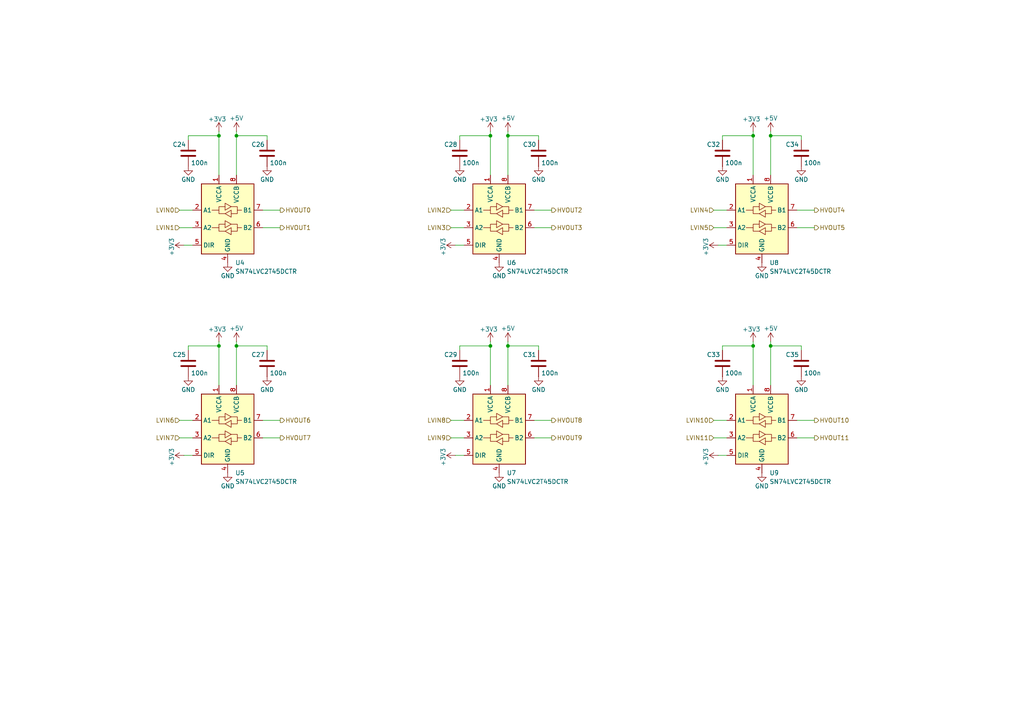
<source format=kicad_sch>
(kicad_sch (version 20231120) (generator "eeschema") (generator_version "8.0")
  (paper "A4")
  (title_block (title "Mermaid Control Unit") (date "2025-02-04") (rev "A") (company "Aurora Dreams Mermaids") (comment 1 "Designed by: Ondrej Ruzicka") (comment 4 "Level Shifters"))
  (lib_symbols
    (symbol "Device:C" (pin_numbers hide) (pin_names (offset 0.254))
      (property "Reference" "C" (at 0.635 2.54 0))
      (property "Value" "C" (at 0.635 -2.54 0))
      (symbol "C_0_1"
        (polyline (pts (xy -2.032 -0.762) (xy 2.032 -0.762)) (stroke (width 0.508)))
        (polyline (pts (xy -2.032 0.762) (xy 2.032 0.762)) (stroke (width 0.508)))
      )
      (symbol "C_1_1"
        (pin passive line (at 0 3.81 270) (length 2.794) (name "~") (number "1"))
        (pin passive line (at 0 -3.81 90) (length 2.794) (name "~") (number "2"))
      )
    )
    (symbol "Logic_LevelTranslator:SN74LVC2T45DCUR"
      (property "Reference" "U" (at -6.35 11.43 0))
      (property "Value" "SN74LVC2T45DCUR" (at 3.81 11.43 0))
      (symbol "SN74LVC2T45DCUR_0_1"
        (rectangle (start -7.62 10.16) (end 7.62 -10.16) (stroke (width 0.254)) (fill (type background)))
        (polyline (pts (xy -2.54 2.54) (xy -2.54 3.556) (xy -0.762 3.556)))
        (polyline (pts (xy 2.794 2.54) (xy 2.794 1.524) (xy 1.016 1.524)))
        (polyline (pts (xy -0.762 1.524) (xy -2.54 1.524) (xy -2.54 2.54) (xy -4.572 2.54)))
        (polyline (pts (xy -0.762 2.54) (xy -0.762 4.572) (xy 1.016 3.556) (xy -0.762 2.54)))
        (polyline (pts (xy 1.016 3.556) (xy 2.794 3.556) (xy 2.794 2.54) (xy 4.064 2.54)))
        (polyline (pts (xy 1.016 2.54) (xy 1.016 0.762) (xy 1.016 0.508) (xy -0.762 1.524) (xy 1.016 2.54)))
      )
      (symbol "SN74LVC2T45DCUR_1_1"
        (polyline (pts (xy -2.54 -2.54) (xy -2.54 -1.524) (xy -0.762 -1.524)))
        (polyline (pts (xy 2.794 -2.54) (xy 2.794 -3.556) (xy 1.016 -3.556)))
        (polyline (pts (xy -0.762 -3.556) (xy -2.54 -3.556) (xy -2.54 -2.54) (xy -4.572 -2.54)))
        (polyline (pts (xy -0.762 -2.54) (xy -0.762 -0.508) (xy 1.016 -1.524) (xy -0.762 -2.54)))
        (polyline (pts (xy 1.016 -1.524) (xy 2.794 -1.524) (xy 2.794 -2.54) (xy 4.064 -2.54)))
        (polyline (pts (xy 1.016 -2.54) (xy 1.016 -4.318) (xy 1.016 -4.572) (xy -0.762 -3.556) (xy 1.016 -2.54)))
        (pin power_in line (at -2.54 12.7 270) (length 2.54) (name "VCCA") (number "1"))
        (pin bidirectional line (at -10.16 2.54 0) (length 2.54) (name "A1") (number "2"))
        (pin bidirectional line (at -10.16 -2.54 0) (length 2.54) (name "A2") (number "3"))
        (pin power_in line (at 0 -12.7 90) (length 2.54) (name "GND") (number "4"))
        (pin input line (at -10.16 -7.62 0) (length 2.54) (name "DIR") (number "5"))
        (pin bidirectional line (at 10.16 -2.54 180) (length 2.54) (name "B2") (number "6"))
        (pin bidirectional line (at 10.16 2.54 180) (length 2.54) (name "B1") (number "7"))
        (pin power_in line (at 2.54 12.7 270) (length 2.54) (name "VCCB") (number "8"))
      )
    )
    (symbol "power:+3V3" (power) (pin_numbers hide) (pin_names (offset 0) hide)
      (property "Value" "+3V3" (at 0 3.556 0))
      (symbol "+3V3_0_1"
        (polyline (pts (xy -0.762 1.27) (xy 0 2.54)))
        (polyline (pts (xy 0 0) (xy 0 2.54)))
        (polyline (pts (xy 0 2.54) (xy 0.762 1.27)))
      )
      (symbol "+3V3_1_1"
        (pin power_in line (at 0 0 90) (length 0) (name "~") (number "1"))
      )
    )
    (symbol "power:+5V" (power) (pin_numbers hide) (pin_names (offset 0) hide)
      (property "Value" "+5V" (at 0 3.556 0))
      (symbol "+5V_0_1"
        (polyline (pts (xy -0.762 1.27) (xy 0 2.54)))
        (polyline (pts (xy 0 0) (xy 0 2.54)))
        (polyline (pts (xy 0 2.54) (xy 0.762 1.27)))
      )
      (symbol "+5V_1_1"
        (pin power_in line (at 0 0 90) (length 0) (name "~") (number "1"))
      )
    )
    (symbol "power:GND" (power) (pin_numbers hide) (pin_names (offset 0) hide)
      (property "Value" "GND" (at 0 -3.81 0))
      (symbol "GND_0_1"
        (polyline (pts (xy 0 0) (xy 0 -1.27) (xy 1.27 -1.27) (xy 0 -2.54) (xy -1.27 -1.27) (xy 0 -1.27)))
      )
      (symbol "GND_1_1"
        (pin power_in line (at 0 0 270) (length 0) (name "~") (number "1"))
      )
    )
  )
  (junction (at 142.24 39.37))
  (junction (at 147.32 100.33))
  (junction (at 68.58 39.37))
  (junction (at 63.5 100.33))
  (junction (at 147.32 39.37))
  (junction (at 68.58 100.33))
  (junction (at 142.24 100.33))
  (junction (at 223.52 39.37))
  (junction (at 63.5 39.37))
  (junction (at 218.44 39.37))
  (junction (at 218.44 100.33))
  (junction (at 223.52 100.33))
  (wire (pts (xy 130.81 127) (xy 134.62 127)))
  (wire (pts (xy 209.55 39.37) (xy 218.44 39.37)))
  (wire (pts (xy 209.55 101.6) (xy 209.55 100.33)))
  (wire (pts (xy 63.5 100.33) (xy 63.5 111.76)))
  (wire (pts (xy 54.61 39.37) (xy 63.5 39.37)))
  (wire (pts (xy 63.5 99.06) (xy 63.5 100.33)))
  (wire (pts (xy 77.47 101.6) (xy 77.47 100.33)))
  (wire (pts (xy 130.81 66.04) (xy 134.62 66.04)))
  (wire (pts (xy 218.44 39.37) (xy 218.44 50.8)))
  (wire (pts (xy 223.52 99.06) (xy 223.52 100.33)))
  (wire (pts (xy 142.24 99.06) (xy 142.24 100.33)))
  (wire (pts (xy 207.01 121.92) (xy 210.82 121.92)))
  (wire (pts (xy 130.81 121.92) (xy 134.62 121.92)))
  (wire (pts (xy 63.5 38.1) (xy 63.5 39.37)))
  (wire (pts (xy 76.2 60.96) (xy 81.28 60.96)))
  (wire (pts (xy 154.94 127) (xy 160.02 127)))
  (wire (pts (xy 68.58 100.33) (xy 68.58 111.76)))
  (wire (pts (xy 218.44 38.1) (xy 218.44 39.37)))
  (wire (pts (xy 156.21 100.33) (xy 147.32 100.33)))
  (wire (pts (xy 209.55 40.64) (xy 209.55 39.37)))
  (wire (pts (xy 68.58 38.1) (xy 68.58 39.37)))
  (wire (pts (xy 54.61 40.64) (xy 54.61 39.37)))
  (wire (pts (xy 223.52 100.33) (xy 223.52 111.76)))
  (wire (pts (xy 76.2 66.04) (xy 81.28 66.04)))
  (wire (pts (xy 53.34 71.12) (xy 55.88 71.12)))
  (wire (pts (xy 54.61 101.6) (xy 54.61 100.33)))
  (wire (pts (xy 76.2 127) (xy 81.28 127)))
  (wire (pts (xy 142.24 100.33) (xy 142.24 111.76)))
  (wire (pts (xy 52.07 66.04) (xy 55.88 66.04)))
  (wire (pts (xy 53.34 132.08) (xy 55.88 132.08)))
  (wire (pts (xy 132.08 132.08) (xy 134.62 132.08)))
  (wire (pts (xy 156.21 101.6) (xy 156.21 100.33)))
  (wire (pts (xy 208.28 71.12) (xy 210.82 71.12)))
  (wire (pts (xy 147.32 100.33) (xy 147.32 111.76)))
  (wire (pts (xy 231.14 121.92) (xy 236.22 121.92)))
  (wire (pts (xy 77.47 39.37) (xy 68.58 39.37)))
  (wire (pts (xy 147.32 99.06) (xy 147.32 100.33)))
  (wire (pts (xy 133.35 101.6) (xy 133.35 100.33)))
  (wire (pts (xy 77.47 100.33) (xy 68.58 100.33)))
  (wire (pts (xy 142.24 39.37) (xy 142.24 50.8)))
  (wire (pts (xy 130.81 60.96) (xy 134.62 60.96)))
  (wire (pts (xy 133.35 39.37) (xy 142.24 39.37)))
  (wire (pts (xy 77.47 40.64) (xy 77.47 39.37)))
  (wire (pts (xy 231.14 60.96) (xy 236.22 60.96)))
  (wire (pts (xy 142.24 38.1) (xy 142.24 39.37)))
  (wire (pts (xy 154.94 121.92) (xy 160.02 121.92)))
  (wire (pts (xy 231.14 127) (xy 236.22 127)))
  (wire (pts (xy 231.14 66.04) (xy 236.22 66.04)))
  (wire (pts (xy 156.21 39.37) (xy 147.32 39.37)))
  (wire (pts (xy 76.2 121.92) (xy 81.28 121.92)))
  (wire (pts (xy 218.44 99.06) (xy 218.44 100.33)))
  (wire (pts (xy 54.61 100.33) (xy 63.5 100.33)))
  (wire (pts (xy 154.94 60.96) (xy 160.02 60.96)))
  (wire (pts (xy 207.01 60.96) (xy 210.82 60.96)))
  (wire (pts (xy 52.07 60.96) (xy 55.88 60.96)))
  (wire (pts (xy 147.32 38.1) (xy 147.32 39.37)))
  (wire (pts (xy 232.41 40.64) (xy 232.41 39.37)))
  (wire (pts (xy 232.41 101.6) (xy 232.41 100.33)))
  (wire (pts (xy 209.55 100.33) (xy 218.44 100.33)))
  (wire (pts (xy 208.28 132.08) (xy 210.82 132.08)))
  (wire (pts (xy 52.07 127) (xy 55.88 127)))
  (wire (pts (xy 223.52 39.37) (xy 223.52 50.8)))
  (wire (pts (xy 207.01 66.04) (xy 210.82 66.04)))
  (wire (pts (xy 232.41 39.37) (xy 223.52 39.37)))
  (wire (pts (xy 207.01 127) (xy 210.82 127)))
  (wire (pts (xy 223.52 38.1) (xy 223.52 39.37)))
  (wire (pts (xy 154.94 66.04) (xy 160.02 66.04)))
  (wire (pts (xy 133.35 100.33) (xy 142.24 100.33)))
  (wire (pts (xy 218.44 100.33) (xy 218.44 111.76)))
  (wire (pts (xy 133.35 40.64) (xy 133.35 39.37)))
  (wire (pts (xy 68.58 99.06) (xy 68.58 100.33)))
  (wire (pts (xy 63.5 39.37) (xy 63.5 50.8)))
  (wire (pts (xy 156.21 40.64) (xy 156.21 39.37)))
  (wire (pts (xy 132.08 71.12) (xy 134.62 71.12)))
  (wire (pts (xy 52.07 121.92) (xy 55.88 121.92)))
  (wire (pts (xy 147.32 39.37) (xy 147.32 50.8)))
  (wire (pts (xy 68.58 39.37) (xy 68.58 50.8)))
  (wire (pts (xy 232.41 100.33) (xy 223.52 100.33)))
  (hierarchical_label "HVOUT4" (shape output) (at 236.22 60.96 0))
  (hierarchical_label "LVIN7" (shape input) (at 52.07 127 180))
  (hierarchical_label "LVIN8" (shape input) (at 130.81 121.92 180))
  (hierarchical_label "LVIN2" (shape input) (at 130.81 60.96 180))
  (hierarchical_label "LVIN3" (shape input) (at 130.81 66.04 180))
  (hierarchical_label "LVIN9" (shape input) (at 130.81 127 180))
  (hierarchical_label "HVOUT2" (shape output) (at 160.02 60.96 0))
  (hierarchical_label "LVIN10" (shape input) (at 207.01 121.92 180))
  (hierarchical_label "HVOUT8" (shape output) (at 160.02 121.92 0))
  (hierarchical_label "HVOUT5" (shape output) (at 236.22 66.04 0))
  (hierarchical_label "LVIN4" (shape input) (at 207.01 60.96 180))
  (hierarchical_label "HVOUT3" (shape output) (at 160.02 66.04 0))
  (hierarchical_label "LVIN5" (shape input) (at 207.01 66.04 180))
  (hierarchical_label "LVIN0" (shape input) (at 52.07 60.96 180))
  (hierarchical_label "HVOUT9" (shape output) (at 160.02 127 0))
  (hierarchical_label "HVOUT1" (shape output) (at 81.28 66.04 0))
  (hierarchical_label "LVIN1" (shape input) (at 52.07 66.04 180))
  (hierarchical_label "LVIN6" (shape input) (at 52.07 121.92 180))
  (hierarchical_label "LVIN11" (shape input) (at 207.01 127 180))
  (hierarchical_label "HVOUT6" (shape output) (at 81.28 121.92 0))
  (hierarchical_label "HVOUT7" (shape output) (at 81.28 127 0))
  (hierarchical_label "HVOUT11" (shape output) (at 236.22 127 0))
  (hierarchical_label "HVOUT0" (shape output) (at 81.28 60.96 0))
  (hierarchical_label "HVOUT10" (shape output) (at 236.22 121.92 0))
  (symbol (lib_id "power:GND") (at 209.55 48.26 0) (unit 1)
    (property "Reference" "#PWR082" (effects (hide yes)))
    (property "Value" "GND" (at 209.55 52.07 0))
    (property "Description" "Power symbol creates a global label with name \"GND\" , ground" (effects (hide yes)))
  )
  (symbol (lib_id "power:GND") (at 66.04 137.16 0) (unit 1)
    (property "Reference" "#PWR063" (effects (hide yes)))
    (property "Value" "GND" (at 66.04 140.97 0))
    (property "Description" "Power symbol creates a global label with name \"GND\" , ground" (effects (hide yes)))
  )
  (symbol (lib_id "Device:C") (at 232.41 105.41 0) (unit 1)
    (property "Reference" "C35" (at 227.838 102.87 0) (effects (justify left)))
    (property "Value" "100n" (at 233.172 108.204 0) (effects (justify left)))
    (property "Footprint" "Capacitor_SMD:C_0603_1608Metric" (effects (hide yes)))
    (property "Description" "Unpolarized capacitor" (effects (hide yes)))
    (property "Part Number" "CC0603KRX7R9BB104" (effects (hide yes)))
  )
  (symbol (lib_id "power:+3V3") (at 53.34 71.12 90) (unit 1)
    (property "Reference" "#PWR056" (effects (hide yes)))
    (property "Value" "+3V3" (at 49.784 71.628 0))
    (property "Description" "Power symbol creates a global label with name \"+3V3\"" (effects (hide yes)))
  )
  (symbol (lib_id "power:GND") (at 77.47 48.26 0) (unit 1)
    (property "Reference" "#PWR066" (effects (hide yes)))
    (property "Value" "GND" (at 77.47 52.07 0))
    (property "Description" "Power symbol creates a global label with name \"GND\" , ground" (effects (hide yes)))
  )
  (symbol (lib_id "power:+3V3") (at 132.08 71.12 90) (unit 1)
    (property "Reference" "#PWR068" (effects (hide yes)))
    (property "Value" "+3V3" (at 128.524 71.628 0))
    (property "Description" "Power symbol creates a global label with name \"+3V3\"" (effects (hide yes)))
  )
  (symbol (lib_id "power:+3V3") (at 208.28 71.12 90) (unit 1)
    (property "Reference" "#PWR080" (effects (hide yes)))
    (property "Value" "+3V3" (at 204.724 71.628 0))
    (property "Description" "Power symbol creates a global label with name \"+3V3\"" (effects (hide yes)))
  )
  (symbol (lib_id "Logic_LevelTranslator:SN74LVC2T45DCUR") (at 144.78 63.5 0) (unit 1)
    (property "Reference" "U6" (at 146.9741 76.2 0) (effects (justify left)))
    (property "Value" "SN74LVC2T45DCTR" (at 146.9741 78.74 0) (effects (justify left)))
    (property "Footprint" "Package_SO:SSOP-8_2.95x2.8mm_P0.65mm" (effects (hide yes)))
    (property "Datasheet" "http://www.ti.com/lit/ds/symlink/sn74lvc2t45.pdf" (effects (hide yes)))
    (property "Description" "Dual-Bit Dual-Supply Bus Transceiver With Configurable Voltage Translation and 3-State Outputs, VSSOP-8" (effects (hide yes)))
    (property "Part Number" "SN74LVC2T45DCTR" (effects (hide yes)))
  )
  (symbol (lib_id "Device:C") (at 54.61 44.45 0) (unit 1)
    (property "Reference" "C24" (at 50.038 41.91 0) (effects (justify left)))
    (property "Value" "100n" (at 55.372 47.244 0) (effects (justify left)))
    (property "Footprint" "Capacitor_SMD:C_0603_1608Metric" (effects (hide yes)))
    (property "Description" "Unpolarized capacitor" (effects (hide yes)))
    (property "Part Number" "CC0603KRX7R9BB104" (effects (hide yes)))
  )
  (symbol (lib_id "Logic_LevelTranslator:SN74LVC2T45DCUR") (at 66.04 124.46 0) (unit 1)
    (property "Reference" "U5" (at 68.2341 137.16 0) (effects (justify left)))
    (property "Value" "SN74LVC2T45DCTR" (at 68.2341 139.7 0) (effects (justify left)))
    (property "Footprint" "Package_SO:SSOP-8_2.95x2.8mm_P0.65mm" (effects (hide yes)))
    (property "Datasheet" "http://www.ti.com/lit/ds/symlink/sn74lvc2t45.pdf" (effects (hide yes)))
    (property "Description" "Dual-Bit Dual-Supply Bus Transceiver With Configurable Voltage Translation and 3-State Outputs, VSSOP-8" (effects (hide yes)))
    (property "Part Number" "SN74LVC2T45DCTR" (effects (hide yes)))
  )
  (symbol (lib_id "Device:C") (at 77.47 105.41 0) (unit 1)
    (property "Reference" "C27" (at 72.898 102.87 0) (effects (justify left)))
    (property "Value" "100n" (at 78.232 108.204 0) (effects (justify left)))
    (property "Footprint" "Capacitor_SMD:C_0603_1608Metric" (effects (hide yes)))
    (property "Description" "Unpolarized capacitor" (effects (hide yes)))
    (property "Part Number" "CC0603KRX7R9BB104" (effects (hide yes)))
  )
  (symbol (lib_id "power:+5V") (at 68.58 99.06 0) (unit 1)
    (property "Reference" "#PWR065" (effects (hide yes)))
    (property "Value" "+5V" (at 68.58 95.25 0))
    (property "Description" "Power symbol creates a global label with name \"+5V\"" (effects (hide yes)))
  )
  (symbol (lib_id "power:GND") (at 220.98 76.2 0) (unit 1)
    (property "Reference" "#PWR086" (effects (hide yes)))
    (property "Value" "GND" (at 220.98 80.01 0))
    (property "Description" "Power symbol creates a global label with name \"GND\" , ground" (effects (hide yes)))
  )
  (symbol (lib_id "Device:C") (at 209.55 105.41 0) (unit 1)
    (property "Reference" "C33" (at 204.978 102.87 0) (effects (justify left)))
    (property "Value" "100n" (at 210.312 108.204 0) (effects (justify left)))
    (property "Footprint" "Capacitor_SMD:C_0603_1608Metric" (effects (hide yes)))
    (property "Description" "Unpolarized capacitor" (effects (hide yes)))
    (property "Part Number" "CC0603KRX7R9BB104" (effects (hide yes)))
  )
  (symbol (lib_id "power:GND") (at 54.61 109.22 0) (unit 1)
    (property "Reference" "#PWR059" (effects (hide yes)))
    (property "Value" "GND" (at 54.61 113.03 0))
    (property "Description" "Power symbol creates a global label with name \"GND\" , ground" (effects (hide yes)))
  )
  (symbol (lib_id "power:+3V3") (at 208.28 132.08 90) (unit 1)
    (property "Reference" "#PWR081" (effects (hide yes)))
    (property "Value" "+3V3" (at 204.724 132.588 0))
    (property "Description" "Power symbol creates a global label with name \"+3V3\"" (effects (hide yes)))
  )
  (symbol (lib_id "Device:C") (at 77.47 44.45 0) (unit 1)
    (property "Reference" "C26" (at 72.898 41.91 0) (effects (justify left)))
    (property "Value" "100n" (at 78.232 47.244 0) (effects (justify left)))
    (property "Footprint" "Capacitor_SMD:C_0603_1608Metric" (effects (hide yes)))
    (property "Description" "Unpolarized capacitor" (effects (hide yes)))
    (property "Part Number" "CC0603KRX7R9BB104" (effects (hide yes)))
  )
  (symbol (lib_id "power:GND") (at 156.21 48.26 0) (unit 1)
    (property "Reference" "#PWR078" (effects (hide yes)))
    (property "Value" "GND" (at 156.21 52.07 0))
    (property "Description" "Power symbol creates a global label with name \"GND\" , ground" (effects (hide yes)))
  )
  (symbol (lib_id "power:+5V") (at 68.58 38.1 0) (unit 1)
    (property "Reference" "#PWR064" (effects (hide yes)))
    (property "Value" "+5V" (at 68.58 34.29 0))
    (property "Description" "Power symbol creates a global label with name \"+5V\"" (effects (hide yes)))
  )
  (symbol (lib_id "power:GND") (at 54.61 48.26 0) (unit 1)
    (property "Reference" "#PWR058" (effects (hide yes)))
    (property "Value" "GND" (at 54.61 52.07 0))
    (property "Description" "Power symbol creates a global label with name \"GND\" , ground" (effects (hide yes)))
  )
  (symbol (lib_id "power:+3V3") (at 142.24 99.06 0) (unit 1)
    (property "Reference" "#PWR073" (effects (hide yes)))
    (property "Value" "+3V3" (at 141.732 95.504 0))
    (property "Description" "Power symbol creates a global label with name \"+3V3\"" (effects (hide yes)))
  )
  (symbol (lib_id "power:GND") (at 77.47 109.22 0) (unit 1)
    (property "Reference" "#PWR067" (effects (hide yes)))
    (property "Value" "GND" (at 77.47 113.03 0))
    (property "Description" "Power symbol creates a global label with name \"GND\" , ground" (effects (hide yes)))
  )
  (symbol (lib_id "Logic_LevelTranslator:SN74LVC2T45DCUR") (at 144.78 124.46 0) (unit 1)
    (property "Reference" "U7" (at 146.9741 137.16 0) (effects (justify left)))
    (property "Value" "SN74LVC2T45DCTR" (at 146.9741 139.7 0) (effects (justify left)))
    (property "Footprint" "Package_SO:SSOP-8_2.95x2.8mm_P0.65mm" (effects (hide yes)))
    (property "Datasheet" "http://www.ti.com/lit/ds/symlink/sn74lvc2t45.pdf" (effects (hide yes)))
    (property "Description" "Dual-Bit Dual-Supply Bus Transceiver With Configurable Voltage Translation and 3-State Outputs, VSSOP-8" (effects (hide yes)))
    (property "Part Number" "SN74LVC2T45DCTR" (effects (hide yes)))
  )
  (symbol (lib_id "power:+3V3") (at 142.24 38.1 0) (unit 1)
    (property "Reference" "#PWR072" (effects (hide yes)))
    (property "Value" "+3V3" (at 141.732 34.544 0))
    (property "Description" "Power symbol creates a global label with name \"+3V3\"" (effects (hide yes)))
  )
  (symbol (lib_id "power:+5V") (at 223.52 38.1 0) (unit 1)
    (property "Reference" "#PWR088" (effects (hide yes)))
    (property "Value" "+5V" (at 223.52 34.29 0))
    (property "Description" "Power symbol creates a global label with name \"+5V\"" (effects (hide yes)))
  )
  (symbol (lib_id "power:GND") (at 220.98 137.16 0) (unit 1)
    (property "Reference" "#PWR087" (effects (hide yes)))
    (property "Value" "GND" (at 220.98 140.97 0))
    (property "Description" "Power symbol creates a global label with name \"GND\" , ground" (effects (hide yes)))
  )
  (symbol (lib_id "power:+3V3") (at 218.44 38.1 0) (unit 1)
    (property "Reference" "#PWR084" (effects (hide yes)))
    (property "Value" "+3V3" (at 217.932 34.544 0))
    (property "Description" "Power symbol creates a global label with name \"+3V3\"" (effects (hide yes)))
  )
  (symbol (lib_id "Logic_LevelTranslator:SN74LVC2T45DCUR") (at 220.98 124.46 0) (unit 1)
    (property "Reference" "U9" (at 223.1741 137.16 0) (effects (justify left)))
    (property "Value" "SN74LVC2T45DCTR" (at 223.1741 139.7 0) (effects (justify left)))
    (property "Footprint" "Package_SO:SSOP-8_2.95x2.8mm_P0.65mm" (effects (hide yes)))
    (property "Datasheet" "http://www.ti.com/lit/ds/symlink/sn74lvc2t45.pdf" (effects (hide yes)))
    (property "Description" "Dual-Bit Dual-Supply Bus Transceiver With Configurable Voltage Translation and 3-State Outputs, VSSOP-8" (effects (hide yes)))
    (property "Part Number" "SN74LVC2T45DCTR" (effects (hide yes)))
  )
  (symbol (lib_id "power:GND") (at 66.04 76.2 0) (unit 1)
    (property "Reference" "#PWR062" (effects (hide yes)))
    (property "Value" "GND" (at 66.04 80.01 0))
    (property "Description" "Power symbol creates a global label with name \"GND\" , ground" (effects (hide yes)))
  )
  (symbol (lib_id "Device:C") (at 133.35 44.45 0) (unit 1)
    (property "Reference" "C28" (at 128.778 41.91 0) (effects (justify left)))
    (property "Value" "100n" (at 134.112 47.244 0) (effects (justify left)))
    (property "Footprint" "Capacitor_SMD:C_0603_1608Metric" (effects (hide yes)))
    (property "Description" "Unpolarized capacitor" (effects (hide yes)))
    (property "Part Number" "CC0603KRX7R9BB104" (effects (hide yes)))
  )
  (symbol (lib_id "power:+5V") (at 147.32 38.1 0) (unit 1)
    (property "Reference" "#PWR076" (effects (hide yes)))
    (property "Value" "+5V" (at 147.32 34.29 0))
    (property "Description" "Power symbol creates a global label with name \"+5V\"" (effects (hide yes)))
  )
  (symbol (lib_id "power:+3V3") (at 63.5 99.06 0) (unit 1)
    (property "Reference" "#PWR061" (effects (hide yes)))
    (property "Value" "+3V3" (at 62.992 95.504 0))
    (property "Description" "Power symbol creates a global label with name \"+3V3\"" (effects (hide yes)))
  )
  (symbol (lib_id "power:GND") (at 133.35 109.22 0) (unit 1)
    (property "Reference" "#PWR071" (effects (hide yes)))
    (property "Value" "GND" (at 133.35 113.03 0))
    (property "Description" "Power symbol creates a global label with name \"GND\" , ground" (effects (hide yes)))
  )
  (symbol (lib_id "power:+3V3") (at 63.5 38.1 0) (unit 1)
    (property "Reference" "#PWR060" (effects (hide yes)))
    (property "Value" "+3V3" (at 62.992 34.544 0))
    (property "Description" "Power symbol creates a global label with name \"+3V3\"" (effects (hide yes)))
  )
  (symbol (lib_id "Device:C") (at 156.21 44.45 0) (unit 1)
    (property "Reference" "C30" (at 151.638 41.91 0) (effects (justify left)))
    (property "Value" "100n" (at 156.972 47.244 0) (effects (justify left)))
    (property "Footprint" "Capacitor_SMD:C_0603_1608Metric" (effects (hide yes)))
    (property "Description" "Unpolarized capacitor" (effects (hide yes)))
    (property "Part Number" "CC0603KRX7R9BB104" (effects (hide yes)))
  )
  (symbol (lib_id "Device:C") (at 209.55 44.45 0) (unit 1)
    (property "Reference" "C32" (at 204.978 41.91 0) (effects (justify left)))
    (property "Value" "100n" (at 210.312 47.244 0) (effects (justify left)))
    (property "Footprint" "Capacitor_SMD:C_0603_1608Metric" (effects (hide yes)))
    (property "Description" "Unpolarized capacitor" (effects (hide yes)))
    (property "Part Number" "CC0603KRX7R9BB104" (effects (hide yes)))
  )
  (symbol (lib_id "Logic_LevelTranslator:SN74LVC2T45DCUR") (at 220.98 63.5 0) (unit 1)
    (property "Reference" "U8" (at 223.1741 76.2 0) (effects (justify left)))
    (property "Value" "SN74LVC2T45DCTR" (at 223.1741 78.74 0) (effects (justify left)))
    (property "Footprint" "Package_SO:SSOP-8_2.95x2.8mm_P0.65mm" (effects (hide yes)))
    (property "Datasheet" "http://www.ti.com/lit/ds/symlink/sn74lvc2t45.pdf" (effects (hide yes)))
    (property "Description" "Dual-Bit Dual-Supply Bus Transceiver With Configurable Voltage Translation and 3-State Outputs, VSSOP-8" (effects (hide yes)))
    (property "Part Number" "SN74LVC2T45DCTR" (effects (hide yes)))
  )
  (symbol (lib_id "power:+5V") (at 223.52 99.06 0) (unit 1)
    (property "Reference" "#PWR089" (effects (hide yes)))
    (property "Value" "+5V" (at 223.52 95.25 0))
    (property "Description" "Power symbol creates a global label with name \"+5V\"" (effects (hide yes)))
  )
  (symbol (lib_id "power:GND") (at 209.55 109.22 0) (unit 1)
    (property "Reference" "#PWR083" (effects (hide yes)))
    (property "Value" "GND" (at 209.55 113.03 0))
    (property "Description" "Power symbol creates a global label with name \"GND\" , ground" (effects (hide yes)))
  )
  (symbol (lib_id "power:GND") (at 133.35 48.26 0) (unit 1)
    (property "Reference" "#PWR070" (effects (hide yes)))
    (property "Value" "GND" (at 133.35 52.07 0))
    (property "Description" "Power symbol creates a global label with name \"GND\" , ground" (effects (hide yes)))
  )
  (symbol (lib_id "Device:C") (at 156.21 105.41 0) (unit 1)
    (property "Reference" "C31" (at 151.638 102.87 0) (effects (justify left)))
    (property "Value" "100n" (at 156.972 108.204 0) (effects (justify left)))
    (property "Footprint" "Capacitor_SMD:C_0603_1608Metric" (effects (hide yes)))
    (property "Description" "Unpolarized capacitor" (effects (hide yes)))
    (property "Part Number" "CC0603KRX7R9BB104" (effects (hide yes)))
  )
  (symbol (lib_id "power:GND") (at 232.41 109.22 0) (unit 1)
    (property "Reference" "#PWR091" (effects (hide yes)))
    (property "Value" "GND" (at 232.41 113.03 0))
    (property "Description" "Power symbol creates a global label with name \"GND\" , ground" (effects (hide yes)))
  )
  (symbol (lib_id "power:GND") (at 144.78 137.16 0) (unit 1)
    (property "Reference" "#PWR075" (effects (hide yes)))
    (property "Value" "GND" (at 144.78 140.97 0))
    (property "Description" "Power symbol creates a global label with name \"GND\" , ground" (effects (hide yes)))
  )
  (symbol (lib_id "Logic_LevelTranslator:SN74LVC2T45DCUR") (at 66.04 63.5 0) (unit 1)
    (property "Reference" "U4" (at 68.2341 76.2 0) (effects (justify left)))
    (property "Value" "SN74LVC2T45DCTR" (at 68.2341 78.74 0) (effects (justify left)))
    (property "Footprint" "Package_SO:SSOP-8_2.95x2.8mm_P0.65mm" (effects (hide yes)))
    (property "Datasheet" "http://www.ti.com/lit/ds/symlink/sn74lvc2t45.pdf" (effects (hide yes)))
    (property "Description" "Dual-Bit Dual-Supply Bus Transceiver With Configurable Voltage Translation and 3-State Outputs, VSSOP-8" (effects (hide yes)))
    (property "Part Number" "SN74LVC2T45DCTR" (effects (hide yes)))
  )
  (symbol (lib_id "power:+3V3") (at 53.34 132.08 90) (unit 1)
    (property "Reference" "#PWR057" (effects (hide yes)))
    (property "Value" "+3V3" (at 49.784 132.588 0))
    (property "Description" "Power symbol creates a global label with name \"+3V3\"" (effects (hide yes)))
  )
  (symbol (lib_id "power:+5V") (at 147.32 99.06 0) (unit 1)
    (property "Reference" "#PWR077" (effects (hide yes)))
    (property "Value" "+5V" (at 147.32 95.25 0))
    (property "Description" "Power symbol creates a global label with name \"+5V\"" (effects (hide yes)))
  )
  (symbol (lib_id "power:GND") (at 156.21 109.22 0) (unit 1)
    (property "Reference" "#PWR079" (effects (hide yes)))
    (property "Value" "GND" (at 156.21 113.03 0))
    (property "Description" "Power symbol creates a global label with name \"GND\" , ground" (effects (hide yes)))
  )
  (symbol (lib_id "Device:C") (at 133.35 105.41 0) (unit 1)
    (property "Reference" "C29" (at 128.778 102.87 0) (effects (justify left)))
    (property "Value" "100n" (at 134.112 108.204 0) (effects (justify left)))
    (property "Footprint" "Capacitor_SMD:C_0603_1608Metric" (effects (hide yes)))
    (property "Description" "Unpolarized capacitor" (effects (hide yes)))
    (property "Part Number" "CC0603KRX7R9BB104" (effects (hide yes)))
  )
  (symbol (lib_id "Device:C") (at 54.61 105.41 0) (unit 1)
    (property "Reference" "C25" (at 50.038 102.87 0) (effects (justify left)))
    (property "Value" "100n" (at 55.372 108.204 0) (effects (justify left)))
    (property "Footprint" "Capacitor_SMD:C_0603_1608Metric" (effects (hide yes)))
    (property "Description" "Unpolarized capacitor" (effects (hide yes)))
    (property "Part Number" "CC0603KRX7R9BB104" (effects (hide yes)))
  )
  (symbol (lib_id "power:GND") (at 232.41 48.26 0) (unit 1)
    (property "Reference" "#PWR090" (effects (hide yes)))
    (property "Value" "GND" (at 232.41 52.07 0))
    (property "Description" "Power symbol creates a global label with name \"GND\" , ground" (effects (hide yes)))
  )
  (symbol (lib_id "power:GND") (at 144.78 76.2 0) (unit 1)
    (property "Reference" "#PWR074" (effects (hide yes)))
    (property "Value" "GND" (at 144.78 80.01 0))
    (property "Description" "Power symbol creates a global label with name \"GND\" , ground" (effects (hide yes)))
  )
  (symbol (lib_id "power:+3V3") (at 218.44 99.06 0) (unit 1)
    (property "Reference" "#PWR085" (effects (hide yes)))
    (property "Value" "+3V3" (at 217.932 95.504 0))
    (property "Description" "Power symbol creates a global label with name \"+3V3\"" (effects (hide yes)))
  )
  (symbol (lib_id "power:+3V3") (at 132.08 132.08 90) (unit 1)
    (property "Reference" "#PWR069" (effects (hide yes)))
    (property "Value" "+3V3" (at 128.524 132.588 0))
    (property "Description" "Power symbol creates a global label with name \"+3V3\"" (effects (hide yes)))
  )
  (symbol (lib_id "Device:C") (at 232.41 44.45 0) (unit 1)
    (property "Reference" "C34" (at 227.838 41.91 0) (effects (justify left)))
    (property "Value" "100n" (at 233.172 47.244 0) (effects (justify left)))
    (property "Footprint" "Capacitor_SMD:C_0603_1608Metric" (effects (hide yes)))
    (property "Description" "Unpolarized capacitor" (effects (hide yes)))
    (property "Part Number" "CC0603KRX7R9BB104" (effects (hide yes)))
  )
)
</source>
